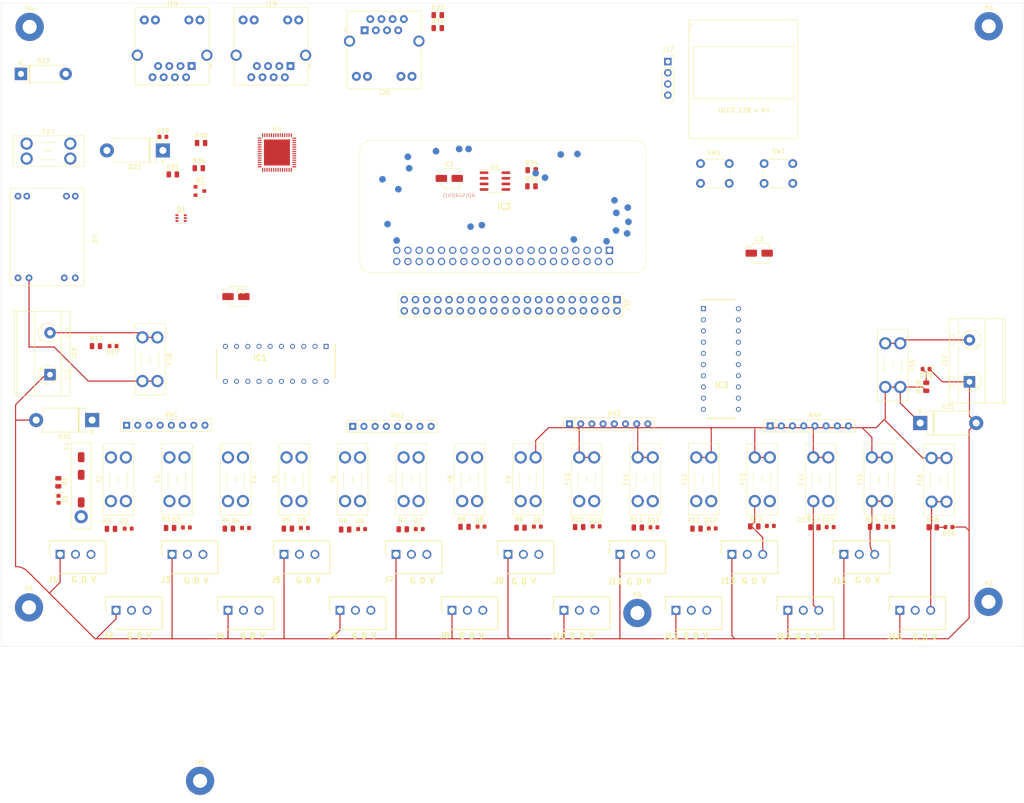
<source format=kicad_pcb>
(kicad_pcb (version 20211014) (generator pcbnew)
  (layers (0 "F.Cu" signal) (31 "B.Cu" signal) (34 "B.Paste" user) (35 "F.Paste" user) (36 "B.SilkS" user "B.Silkscreen") (37 "F.SilkS" user "F.Silkscreen") (38 "B.Mask" user) (39 "F.Mask" user) (44 "Edge.Cuts" user))
  (net 0 "")
  (net 1 "DATA8")
  (net 2 "DATA7")
  (net 3 "DATA6")
  (net 4 "DATA5")
  (net 5 "DATA4")
  (net 6 "DATA3")
  (net 7 "DATA2")
  (net 8 "DATA1")
  (net 9 "DATA9")
  (net 10 "DATA10")
  (net 11 "DATA11")
  (net 12 "DATA12")
  (net 13 "DATA13")
  (net 14 "DATA14")
  (net 15 "DATA15")
  (net 16 "DATA16")
  (net 17 "GND1")
  (net 18 "GND")
  (net 19 "VIN1")
  (net 20 "VIN2")
  (net 21 "+5V")
  (net 22 "+3V3")
  (net 23 "I2C_SDA")
  (net 24 "I2C_SCL")
  (net 25 "Net-(D3-Pad2)")
  (net 26 "Net-(D2-Pad2)")
  (net 27 "V1")
  (net 28 "V2")
  (net 29 "/standard-hat-components/P5V_HAT")
  (net 30 "Net-(Q1-Pad2)")
  (net 31 "/standard-hat-components/P5V")
  (net 32 "Net-(Q1-Pad6)")
  (net 33 "BTN1")
  (net 34 "BTN2")
  (net 35 "Net-(J1-Pad2)")
  (net 36 "Net-(D1-Pad2)")
  (net 37 "Net-(D5-Pad2)")
  (net 38 "Net-(J2-Pad2)")
  (net 39 "Net-(J3-Pad2)")
  (net 40 "Net-(D4-Pad2)")
  (net 41 "Net-(D6-Pad2)")
  (net 42 "Net-(D10-Pad2)")
  (net 43 "Net-(D15-Pad2)")
  (net 44 "Net-(D7-Pad2)")
  (net 45 "Net-(F1-Pad1)")
  (net 46 "Net-(F2-Pad1)")
  (net 47 "Net-(D8-Pad2)")
  (net 48 "Net-(F3-Pad1)")
  (net 49 "Net-(D9-Pad2)")
  (net 50 "Net-(F4-Pad1)")
  (net 51 "Net-(J10-Pad2)")
  (net 52 "Net-(F5-Pad1)")
  (net 53 "Net-(D11-Pad2)")
  (net 54 "Net-(D12-Pad2)")
  (net 55 "Net-(J12-Pad2)")
  (net 56 "Net-(J13-Pad2)")
  (net 57 "Net-(D13-Pad2)")
  (net 58 "Net-(D14-Pad2)")
  (net 59 "Net-(J14-Pad2)")
  (net 60 "Net-(J15-Pad2)")
  (net 61 "Net-(F6-Pad1)")
  (net 62 "Net-(F7-Pad1)")
  (net 63 "Net-(J16-Pad2)")
  (net 64 "Net-(F8-Pad1)")
  (net 65 "Net-(F9-Pad1)")
  (net 66 "Net-(F10-Pad1)")
  (net 67 "Net-(F11-Pad1)")
  (net 68 "Net-(F12-Pad1)")
  (net 69 "Net-(F13-Pad1)")
  (net 70 "Net-(F14-Pad1)")
  (net 71 "Net-(F15-Pad1)")
  (net 72 "Net-(D16-Pad2)")
  (net 73 "Net-(D18-Pad2)")
  (net 74 "Net-(D19-Pad2)")
  (net 75 "V5")
  (net 80 "Net-(D17-Pad2)")
  (net 81 "Net-(IC2-Pad18)")
  (net 86 "Net-(IC2-Pad16)")
  (net 87 "Net-(IC2-Pad14)")
  (net 88 "Net-(IC2-Pad12)")
  (net 89 "Net-(IC2-Pad9)")
  (net 90 "Net-(IC2-Pad7)")
  (net 91 "Net-(IC2-Pad5)")
  (net 92 "Net-(IC2-Pad3)")
  (net 93 "Net-(F16-Pad1)")
  (net 94 "Net-(J4-Pad2)")
  (net 95 "Net-(J5-Pad2)")
  (net 96 "Net-(J6-Pad2)")
  (net 97 "Net-(J7-Pad2)")
  (net 98 "Net-(J8-Pad2)")
  (net 99 "Net-(J9-Pad2)")
  (net 100 "Net-(J11-Pad2)")
  (net 149 "USBDP")
  (net 150 "USBDM")
  (net 151 "Net-(J18-Pad1)")
  (net 152 "Net-(J18-Pad2)")
  (net 153 "Net-(J18-Pad3)")
  (net 154 "Net-(J18-Pad4)")
  (net 155 "Net-(J18-Pad5)")
  (net 156 "Net-(J18-Pad6)")
  (net 157 "Net-(J18-Pad7)")
  (net 158 "Net-(J18-Pad8)")
  (net 159 "Net-(J18-Pad10)")
  (net 160 "Net-(J18-Pad12)")
  (net 191 "Net-(U4-Pad11)")
  (net 210 "Net-(U4-Pad45)")
  (net 229 "Net-(R23-Pad2)")
  (net 230 "Net-(R24-Pad2)")
  (net 231 "Net-(IC1-Pad11)")
  (net 232 "Net-(IC1-Pad12)")
  (net 233 "Net-(IC1-Pad13)")
  (net 234 "Net-(IC1-Pad14)")
  (net 235 "Net-(IC1-Pad15)")
  (net 236 "Net-(IC1-Pad16)")
  (net 237 "Net-(IC1-Pad17)")
  (net 238 "Net-(IC1-Pad18)")
  (footprint "SamacSys_Parts:DIP794W53P254L2540H508Q20N" (layer "F.Cu") (at 109.2708 95.8596 -90)
    (fp_text reference "IC1")
    (fp_text value "SN74AHC245N" hide)
  )
  (footprint "Diode_THT:D_DO-201AD_P12.70mm_Horizontal" (layer "F.Cu") (at 67.6148 108.6104 180)
    (fp_text reference "D20")
    (fp_text value "SB5100")
  )
  (footprint "Diode_THT:D_DO-201AD_P12.70mm_Horizontal" (layer "F.Cu") (at 255.4732 109.2708)
    (fp_text reference "D21")
    (fp_text value "SB5100")
  )
  (footprint "Diode_THT:D_DO-201AD_P12.70mm_Horizontal" (layer "F.Cu") (at 83.6676 47.3964 180)
    (fp_text reference "D22")
    (fp_text value "SB5100")
  )
  (footprint "Diode_THT:D_5W_P10.16mm_Horizontal" (layer "F.Cu") (at 51.4604 30.0228)
    (fp_text reference "D23")
    (fp_text value "Zenner 5.1")
  )
  (footprint "Connector_PinHeader_2.54mm:PinHeader_2x20_P2.54mm_Vertical" (layer "F.Cu") (at 186.685 81.275 -90)
    (fp_text reference "J30")
    (fp_text value "Conn_02x20_Odd_Even_MountingPin")
  )
  (footprint "SamacSys_Parts:SHDR3W80P0X350_1X3_1250X725X940P" (layer "F.Cu") (at 60.3504 139.0904)
    (fp_text reference "J1")
    (fp_text value "G D V")
  )
  (footprint "TerminalBlock_MetzConnect:TerminalBlock_MetzConnect_Type703_RT10N02HGLU_1x02_P9.52mm_Horizontal" (layer "F.Cu") (at 266.6492 99.9236 90)
    (fp_text reference "J22")
    (fp_text value "9-16 In")
  )
  (footprint "TerminalBlock_MetzConnect:TerminalBlock_MetzConnect_Type703_RT10N02HGLU_1x02_P9.52mm_Horizontal" (layer "F.Cu") (at 58.06 88.7812 -90)
    (fp_text reference "J23")
    (fp_text value "1-8 In")
  )
  (footprint "Package_TO_SOT_SMD:SOT-363_SC-70-6" (layer "F.Cu") (at 87.7956 62.752)
    (fp_text reference "Q1")
    (fp_text value "MMDT5401")
  )
  (footprint "Package_TO_SOT_SMD:SOT-23" (layer "F.Cu") (at 92.0628 56.6052)
    (fp_text reference "Q2")
    (fp_text value "DMG2302U")
  )
  (footprint "Button_Switch_THT:SW_PUSH_6mm" (layer "F.Cu") (at 220.0668 50.3788)
    (fp_text reference "SW1")
    (fp_text value "Enter BTN")
  )
  (footprint "Button_Switch_THT:SW_PUSH_6mm" (layer "F.Cu") (at 205.6396 50.3788)
    (fp_text reference "SW2")
    (fp_text value "Down BTN")
  )
  (footprint "Package_SO:SOIC-8_3.9x4.9mm_P1.27mm" (layer "F.Cu") (at 159.004 54.356)
    (fp_text reference "U1")
    (fp_text value "AT24C256C")
  )
  (footprint "MountingHole:MountingHole_3.2mm_M3_Pad_TopBottom" (layer "F.Cu") (at 92.1 190.5)
    (fp_text reference "H5")
    (fp_text value "M3 MountingHole")
  )
  (footprint "MountingHole:MountingHole_3.2mm_M3_Pad_TopBottom" (layer "F.Cu") (at 191.3128 152.4)
    (fp_text reference "H6")
    (fp_text value "M3 MountingHole")
  )
  (footprint "SamacSys_Parts:SHDR3W80P0X350_1X3_1250X725X940P" (layer "F.Cu") (at 73.0504 151.7904)
    (fp_text reference "J2")
    (fp_text value "G D V")
  )
  (footprint "SamacSys_Parts:SHDR3W80P0X350_1X3_1250X725X940P" (layer "F.Cu") (at 85.7504 139.0904)
    (fp_text reference "J3")
    (fp_text value "G D V")
  )
  (footprint "SamacSys_Parts:SHDR3W80P0X350_1X3_1250X725X940P" (layer "F.Cu") (at 98.4504 151.7904)
    (fp_text reference "J4")
    (fp_text value "G D V")
  )
  (footprint "SamacSys_Parts:SHDR3W80P0X350_1X3_1250X725X940P" (layer "F.Cu") (at 111.1504 139.0904)
    (fp_text reference "J5")
    (fp_text value "G D V")
  )
  (footprint "SamacSys_Parts:SHDR3W80P0X350_1X3_1250X725X940P" (layer "F.Cu") (at 123.8504 151.7904)
    (fp_text reference "J6")
    (fp_text value "G D V")
  )
  (footprint "SamacSys_Parts:SHDR3W80P0X350_1X3_1250X725X940P" (layer "F.Cu") (at 136.5504 139.0904)
    (fp_text reference "J7")
    (fp_text value "G D V")
  )
  (footprint "SamacSys_Parts:SHDR3W80P0X350_1X3_1250X725X940P" (layer "F.Cu") (at 149.2504 151.7904)
    (fp_text reference "J8")
    (fp_text value "G D V")
  )
  (footprint "SamacSys_Parts:SHDR3W80P0X350_1X3_1250X725X940P" (layer "F.Cu") (at 161.9504 139.0904)
    (fp_text reference "J9")
    (fp_text value "G D V")
  )
  (footprint "SamacSys_Parts:SHDR3W80P0X350_1X3_1250X725X940P" (layer "F.Cu") (at 174.6504 151.7904)
    (fp_text reference "J10")
    (fp_text value "G D V")
  )
  (footprint "SamacSys_Parts:SHDR3W80P0X350_1X3_1250X725X940P" (layer "F.Cu") (at 187.3504 139.0904)
    (fp_text reference "J11")
    (fp_text value "G D V")
  )
  (footprint "SamacSys_Parts:SHDR3W80P0X350_1X3_1250X725X940P" (layer "F.Cu") (at 200.0504 151.7904)
    (fp_text reference "J12")
    (fp_text value "G D V")
  )
  (footprint "SamacSys_Parts:SHDR3W80P0X350_1X3_1250X725X940P" (layer "F.Cu") (at 212.7504 139.0904)
    (fp_text reference "J13")
    (fp_text value "G D V")
  )
  (footprint "SamacSys_Parts:SHDR3W80P0X350_1X3_1250X725X940P" (layer "F.Cu") (at 225.4504 151.7904)
    (fp_text reference "J14")
    (fp_text value "G D V")
  )
  (footprint "SamacSys_Parts:SHDR3W80P0X350_1X3_1250X725X940P" (layer "F.Cu") (at 238.1504 139.0904)
    (fp_text reference "J15")
    (fp_text value "G D V")
  )
  (footprint "SamacSys_Parts:SHDR3W80P0X350_1X3_1250X725X940P" (layer "F.Cu") (at 250.8504 151.7904)
    (fp_text reference "J16")
    (fp_text value "G D V")
  )
  (footprint "Fuse:Fuseholder_Blade_Mini_Keystone_3568" (layer "F.Cu") (at 85.15784 127 90)
    (fp_text reference "F3")
    (fp_text value "P3")
  )
  (footprint "LED_SMD:LED_0603_1608Metric" (layer "F.Cu") (at 208.3053 133.1976)
    (fp_text reference "D12")
    (fp_text value "0603")
  )
  (footprint "MountingHole:MountingHole_3.2mm_M3_Pad_TopBottom" (layer "F.Cu") (at 271.018 19.2024)
    (fp_text reference "H3")
    (fp_text value "M3 MountingHole")
  )
  (footprint "Resistor_SMD:R_0805_2012Metric" (layer "F.Cu") (at 217.8304 132.7404)
    (fp_text reference "R13")
    (fp_text value "4.7k")
  )
  (footprint "Fuse:Fuseholder_Blade_Mini_Keystone_3568" (layer "F.Cu") (at 250.952 91.186 -90)
    (fp_text reference "F19")
    (fp_text value "30A Max")
  )
  (footprint "LED_SMD:LED_0603_1608Metric" (layer "F.Cu") (at 155.8544 132.7912)
    (fp_text reference "D8")
    (fp_text value "0603")
  )
  (footprint "Connector_RJ:RJ45_BEL_SS74301-00x_Vertical" (layer "F.Cu") (at 90.2004 28.2448 180)
    (fp_text reference "J18")
    (fp_text value "8P8C_LED_Shielded")
  )
  (footprint "Resistor_SMD:R_0805_2012Metric" (layer "F.Cu") (at 112.014 133.2484)
    (fp_text reference "R5")
    (fp_text value "4.7k")
  )
  (footprint "Resistor_SMD:R_0805_2012Metric" (layer "F.Cu") (at 164.7933 133.0452)
    (fp_text reference "R9")
    (fp_text value "4.7k")
  )
  (footprint "Fuse:Fuseholder_Blade_Mini_Keystone_3568" (layer "F.Cu") (at 164.83256 127 90)
    (fp_text reference "F9")
    (fp_text value "P1")
  )
  (footprint "Fuse:Fuseholder_Blade_Mini_Keystone_3568" (layer "F.Cu") (at 52.7488 45.8488)
    (fp_text reference "F17")
    (fp_text value "2A Max")
  )
  (footprint "Fuse:Fuseholder_Blade_Mini_Keystone_3568" (layer "F.Cu") (at 204.66992 127 90)
    (fp_text reference "F12")
    (fp_text value "P4")
  )
  (footprint "Resistor_SMD:R_0805_2012Metric" (layer "F.Cu") (at 92.3308 45.7016)
    (fp_text reference "R39")
    (fp_text value "4.7k")
  )
  (footprint "Resistor_SMD:R_0805_2012Metric" (layer "F.Cu") (at 85.916 52.846)
    (fp_text reference "R35")
    (fp_text value "10k")
  )
  (footprint "MountingHole:MountingHole_3.2mm_M3_Pad_TopBottom" (layer "F.Cu") (at 53.4416 19.3548)
    (fp_text reference "H4")
    (fp_text value "M3 MountingHole")
  )
  (footprint "Stuart_BESPOKE:TZT_0.96inch_OLED" (layer "F.Cu") (at 202.9968 17.7292)
    (fp_text reference "U3")
    (fp_text value "TZT_Original_0.96_inch_oled_IIC_Serial_OLED_Display_Module_128X64")
  )
  (footprint "Resistor_SMD:R_0805_2012Metric" (layer "F.Cu") (at 231.4956 132.9436)
    (fp_text reference "R14")
    (fp_text value "4.7k")
  )
  (footprint "LED_SMD:LED_0603_1608Metric" (layer "F.Cu") (at 72.3628 91.814 180)
    (fp_text reference "D17")
    (fp_text value "V1 LED")
  )
  (footprint "MountingHole:MountingHole_3.2mm_M3_Pad_TopBottom" (layer "F.Cu") (at 270.9672 149.86)
    (fp_text reference "H2")
    (fp_text value "M3 MountingHole")
  )
  (footprint "Fuse:Fuseholder_Blade_Mini_Keystone_3568" (layer "F.Cu") (at 178.11168 127 90)
    (fp_text reference "F10")
    (fp_text value "P2")
  )
  (footprint "LED_SMD:LED_0603_1608Metric" (layer "F.Cu") (at 256.794 97.028 180)
    (fp_text reference "D18")
    (fp_text value "V2 LED")
  )
  (footprint "Fuse:Fuseholder_Blade_Mini_Keystone_3568" (layer "F.Cu") (at 191.3908 127 90)
    (fp_text reference "F11")
    (fp_text value "P3")
  )
  (footprint "Resistor_SMD:R_0805_2012Metric" (layer "F.Cu") (at 98.6283 133.2484)
    (fp_text reference "R4")
    (fp_text value "4.7k")
  )
  (footprint "Stuart_BESPOKE:Medium Auto Fuse Holder" (layer "F.Cu") (at 67.3822 113.789 -90)
    (fp_text reference "F1")
    (fp_text value "P1")
  )
  (footprint "Resistor_SMD:R_0805_2012Metric" (layer "F.Cu") (at 258.318 132.9436)
    (fp_text reference "R16")
    (fp_text value "4.7k")
  )
  (footprint "Resistor_SMD:R_0805_2012Metric" (layer "F.Cu") (at 68.502 91.814)
    (fp_text reference "R37")
    (fp_text value "4.7k")
  )
  (footprint "Fuse:Fuseholder_Blade_Mini_Keystone_3568" (layer "F.Cu") (at 217.94904 127 90)
    (fp_text reference "F13")
    (fp_text value "P5")
  )
  (footprint "Resistor_SMD:R_0805_2012Metric" (layer "F.Cu") (at 71.882 133.2992)
    (fp_text reference "R2")
    (fp_text value "4.7k")
  )
  (footprint "Resistor_THT:R_Array_SIP8" (layer "F.Cu") (at 175.9104 109.474)
    (fp_text reference "RN3")
    (fp_text value "33R")
  )
  (footprint "Resistor_THT:R_Array_SIP8" (layer "F.Cu") (at 75.428 109.7788)
    (fp_text reference "RN1")
    (fp_text value "33R")
  )
  (footprint "LED_SMD:LED_0603_1608Metric" (layer "F.Cu") (at 221.488 132.6388)
    (fp_text reference "D13")
    (fp_text value "0603")
  )
  (footprint "Package_DFN_QFN:QFN-56-1EP_8x8mm_P0.5mm_EP5.9x5.9mm" (layer "F.Cu") (at 109.5408 47.866)
    (fp_text reference "U4")
    (fp_text value "LAN7500-ABJZ")
  )
  (footprint "LED_SMD:LED_0603_1608Metric" (layer "F.Cu") (at 89.0016 132.9944)
    (fp_text reference "D3")
    (fp_text value "0603")
  )
  (footprint "Connector_RJ:RJ45_BEL_SS74301-00x_Vertical" (layer "F.Cu") (at 112.6108 28.2448 180)
    (fp_text reference "J19")
    (fp_text value "8P8C_LED_Shielded")
  )
  (footprint "LED_SMD:LED_0603_1608Metric" (layer "F.Cu") (at 59.9948 126.5936 -90)
    (fp_text reference "D1")
    (fp_text value "0603")
  )
  (footprint "Capacitor_SMD:CP_Elec_4x5.3" (layer "F.Cu") (at 218.948 70.7136)
    (fp_text reference "C3")
    (fp_text value "0.1uF")
  )
  (footprint "Connector_RJ:RJ45_BEL_SS74301-00x_Vertical" (layer "F.Cu") (at 129.4384 20.1168)
    (fp_text reference "J20")
    (fp_text value "8P8C_LED_Shielded")
  )
  (footprint "Resistor_THT:R_Array_SIP8" (layer "F.Cu") (at 221.4272 109.9312)
    (fp_text reference "RN4")
    (fp_text value "33R")
  )
  (footprint "LED_SMD:LED_0603_1608Metric" (layer "F.Cu") (at 168.6286 132.7912)
    (fp_text reference "D9")
    (fp_text value "0603")
  )
  (footprint "Resistor_SMD:R_0805_2012Metric" (layer "F.Cu") (at 138.0744 133.4008)
    (fp_text reference "R7")
    (fp_text value "4.7k")
  )
  (footprint "LED_SMD:LED_0603_1608Metric" (layer "F.Cu") (at 195.072 132.9436)
    (fp_text reference "D11")
    (fp_text value "0603")
  )
  (footprint "Capacitor_SMD:CP_Elec_4x5.3" (layer "F.Cu") (at 148.6408 53.7464)
    (fp_text reference "C2")
    (fp_text value "0.1uF")
  )
  (footprint "Fuse:Fuseholder_Blade_Mini_Keystone_3568" (layer "F.Cu") (at 124.9952 127 90)
    (fp_text reference "F6")
    (fp_text value "P6")
  )
  (footprint "Resistor_SMD:R_0805_2012Metric" (layer "F.Cu") (at 245.0084 132.842)
    (fp_text reference "R15")
    (fp_text value "4.7k")
  )
  (footprint "Fuse:Fuseholder_Blade_Mini_Keystone_3568" (layer "F.Cu") (at 244.50728 127 90)
    (fp_text reference "F15")
    (fp_text value "P7")
  )
  (footprint "Resistor_SMD:R_0805_2012Metric" (layer "F.Cu") (at 204.724 133.2484)
    (fp_text reference "R12")
    (fp_text value "4.7k")
  )
  (footprint "LED_SMD:LED_0603_1608Metric" (layer "F.Cu") (at 181.9656 132.7404)
    (fp_text reference "D10")
    (fp_text value "0603")
  )
  (footprint "Stuart_BESPOKE:RASPBERRYPIZERO2WV1" (layer "F.Cu") (at 193.3318 45.1472 180)
    (fp_text reference "IC3")
    (fp_text value "Raspberry_Pi_Zero_2_W__v1.0_" hide)
  )
  (footprint "LED_SMD:LED_0603_1608Metric" (layer "F.Cu") (at 115.7732 133.096)
    (fp_text reference "D5")
    (fp_text value "0603")
  )
  (footprint "Fuse:Fuseholder_Blade_Mini_Keystone_3568" (layer "F.Cu") (at 151.55344 127 90)
    (fp_text reference "F8")
    (fp_text value "P8")
  )
  (footprint "Fuse:Fuseholder_Blade_Mini_Keystone_3568" (layer "F.Cu") (at 138.27432 127 90)
    (fp_text reference "F7")
    (fp_text value "P7")
  )
  (footprint "LED_SMD:LED_0603_1608Metric" (layer "F.Cu") (at 83.6808 44.3116)
    (fp_text reference "D19")
    (fp_text value "5V LED")
  )
  (footprint "Fuse:Fuseholder_Blade_Mini_Keystone_3568" (layer "F.Cu") (at 82.4212 89.8328 -90)
    (fp_text reference "F18")
    (fp_text value "30A Max")
  )
  (footprint "LED_SMD:LED_0603_1608Metric" (layer "F.Cu") (at 128.7525 133.35)
    (fp_text reference "D6")
    (fp_text value "0603")
  )
  (footprint "Resistor_SMD:R_0805_2012Metric" (layer "F.Cu") (at 191.4144 132.9944)
    (fp_text reference "R11")
    (fp_text value "4.7k")
  )
  (footprint "LED_SMD:LED_0603_1608Metric" (layer "F.Cu") (at 248.5897 132.842)
    (fp_text reference "D15")
    (fp_text value "0603")
  )
  (footprint "Fuse:Fuseholder_Blade_Mini_Keystone_3568" (layer "F.Cu") (at 258.0404 127.134 90)
    (fp_text reference "F16")
    (fp_text value "P8")
  )
  (footprint "Resistor_SMD:R_0805_2012Metric" (layer "F.Cu") (at 167.2844 55.5244)
    (fp_text reference "R33")
    (fp_text value "4.7k")
  )
  (footprint "Stuart_BESPOKE:D-SUN_MP1584_BUCK" (layer "F.Cu") (at 65.7926 56.0004 -90)
    (fp_text reference "U2")
    (fp_text value "D-SUN_MP1584_BUCK")
  )
  (footprint "Capacitor_SMD:CP_Elec_4x5.3" (layer "F.Cu") (at 100.2284 80.5688)
    (fp_text reference "C1")
    (fp_text value "0.1uF")
  )
  (footprint "LED_SMD:LED_0603_1608Metric" (layer "F.Cu") (at 261.9756 132.8928 180)
    (fp_text reference "D16")
    (fp_text value "0603")
  )
  (footprint "Resistor_SMD:R_0805_2012Metric" (layer "F.Cu") (at 146.0184 19.6268)
    (fp_text reference "R24")
    (fp_text value "8.06K")
  )
  (footprint "Fuse:Fuseholder_Blade_Mini_Keystone_3568" (layer "F.Cu") (at 231.22816 127 90)
    (fp_text reference "F14")
    (fp_text value "P6")
  )
  (footprint "Connector_PinSocket_2.54mm:PinSocket_1x04_P2.54mm_Vertical" (layer "F.Cu") (at 198.2216 27.2288)
    (fp_text reference "J17")
    (fp_text value "OLED")
  )
  (footprint "Resistor_SMD:R_0805_2012Metric" (layer "F.Cu") (at 125.0188 133.4516)
    (fp_text reference "R6")
    (fp_text value "4.7k")
  )
  (footprint "Resistor_SMD:R_0805_2012Metric" (layer "F.Cu") (at 178.1048 132.8928)
    (fp_text reference "R10")
    (fp_text value "4.7k")
  )
  (footprint "Fuse:Fuseholder_Blade_Mini_Keystone_3568" (layer "F.Cu") (at 111.71608 127 90)
    (fp_text reference "F5")
    (fp_text value "P5")
  )
  (footprint "Resistor_THT:R_Array_SIP8" (layer "F.Cu") (at 126.736 110.0328)
    (fp_text reference "RN2")
    (fp_text value "33R")
  )
  (footprint "Resistor_SMD:R_0805_2012Metric" (layer "F.Cu") (at 146.0184 16.6768)
    (fp_text reference "R23")
    (fp_text value "12k")
  )
  (footprint "Resistor_SMD:R_0805_2012Metric" (layer "F.Cu") (at 152.0952 132.842)
    (fp_text reference "R8")
    (fp_text value "4.7k")
  )
  (footprint "Resistor_SMD:R_0805_2012Metric" (layer "F.Cu") (at 256.8448 101.0412 90)
    (fp_text reference "R38")
    (fp_text value "4.7k")
  )
  (footprint "LED_SMD:LED_0603_1608Metric" (layer "F.Cu") (at 141.8336 133.35)
    (fp_text reference "D7")
    (fp_text value "0603")
  )
  (footprint "Resistor_SMD:R_0805_2012Metric" (layer "F.Cu") (at 85.2932 133.096)
    (fp_text reference "R3")
    (fp_text value "4.7k")
  )
  (footprint "LED_SMD:LED_0603_1608Metric" (layer "F.Cu") (at 235.0516 132.8928)
    (fp_text reference "D14")
    (fp_text value "0603")
  )
  (footprint "Resistor_SMD:R_0805_2012Metric" (layer "F.Cu") (at 91.8088 51.4236)
    (fp_text reference "R36")
    (fp_text value "4.7k")
  )
  (footprint "Resistor_SMD:R_0805_2012Metric" (layer "F.Cu") (at 59.944 122.7328 -90)
    (fp_text reference "R1")
    (fp_text value "4.7k")
  )
  (footprint "Fuse:Fuseholder_Blade_Mini_Keystone_3568" (layer "F.Cu") (at 101.83696 117.08 -90)
    (fp_text reference "F4")
    (fp_text value "P4")
  )
  (footprint "SamacSys_Parts:DIP794W53P254L2540H508Q20N" (layer "F.Cu") (at 210.2612 94.742)
    (fp_text reference "IC2")
    (fp_text value "SN74HC244N" hide)
  )
  (footprint "MountingHole:MountingHole_3.2mm_M3_Pad_TopBottom" (layer "F.Cu") (at 53.2892 151.13)
    (fp_text reference "H1")
    (fp_text value "M3 MountingHole")
  )
  (footprint "LED_SMD:LED_0603_1608Metric" (layer "F.Cu") (at 75.7936 133.2484)
    (fp_text reference "D2")
    (fp_text value "0603")
  )
  (footprint "Fuse:Fuseholder_Blade_Mini_Keystone_3568" (layer "F.Cu") (at 71.87872 127 90)
    (fp_text reference "F2")
    (fp_text value "P2")
  )
  (footprint "LED_SMD:LED_0603_1608Metric" (layer "F.Cu") (at 102.4128 133.096)
    (fp_text reference "D4")
    (fp_text value "0603")
  )
  (footprint "Resistor_SMD:R_0805_2012Metric" (layer "F.Cu") (at 167.3333 51.8668)
    (fp_text reference "R34")
    (fp_text value "4.7k")
  )
  (gr_rect (start 279 160) (end 47 14) (layer "Edge.Cuts") (width 0.05) (fill none))
  (segment (start 212.7504 157.5816) (end 213.4108 158.242) (width 0.25) (layer "F.Cu") (net 18))
  (segment (start 60.3504 145.4404) (end 60.3504 139.0904) (width 0.25) (layer "F.Cu") (net 18))
  (segment (start 187.3504 158.1404) (end 187.2488 158.242) (width 0.25) (layer "F.Cu") (net 18))
  (segment (start 213.4108 158.242) (end 225.1964 158.242) (width 0.25) (layer "F.Cu") (net 18))
  (segment (start 98.1964 158.242) (end 98.4504 157.988) (width 0.25) (layer "F.Cu") (net 18))
  (segment (start 161.9504 157.7848) (end 162.4076 158.242) (width 0.25) (layer "F.Cu") (net 18))
  (segment (start 73.0504 153.7208) (end 73.0504 151.7904) (width 0.25) (layer "F.Cu") (net 18))
  (segment (start 265.7348 132.8928) (end 266.5732 133.7312) (width 0.25) (layer "F.Cu") (net 18))
  (segment (start 266.5732 153.5428) (end 261.874 158.242) (width 0.25) (layer "F.Cu") (net 18))
  (segment (start 50.2412 105.320726) (end 50.2412 108.712) (width 0.25) (layer "F.Cu") (net 18))
  (segment (start 161.9504 139.0904) (end 161.9504 157.7848) (width 0.25) (layer "F.Cu") (net 18))
  (segment (start 200.0504 151.7904) (end 200.0504 157.9372) (width 0.25) (layer "F.Cu") (net 18))
  (segment (start 225.4504 151.7904) (end 225.4504 158.1404) (width 0.25) (layer "F.Cu") (net 18))
  (segment (start 50.2412 108.712) (end 50.2412 141.859) (width 0.25) (layer "F.Cu") (net 18))
  (segment (start 111.3536 158.242) (end 121.8692 158.242) (width 0.25) (layer "F.Cu") (net 18))
  (segment (start 54.9148 108.6104) (end 50.486484 108.6104) (width 0.25) (layer "F.Cu") (net 18))
  (segment (start 174.6504 151.7904) (end 174.6504 157.8864) (width 0.25) (layer "F.Cu") (net 18))
  (segment (start 212.7504 139.0904) (end 212.7504 157.5816) (width 0.25) (layer "F.Cu") (net 18))
  (segment (start 149.5044 158.242) (end 162.4076 158.242) (width 0.25) (layer "F.Cu") (net 18))
  (segment (start 261.874 158.242) (end 250.7996 158.242) (width 0.25) (layer "F.Cu") (net 18))
  (segment (start 266.6492 99.9236) (end 266.6492 107.7468) (width 0.25) (layer "F.Cu") (net 18))
  (segment (start 68.5292 158.242) (end 98.1964 158.242) (width 0.25) (layer "F.Cu") (net 18))
  (segment (start 98.1964 158.242) (end 111.3536 158.242) (width 0.25) (layer "F.Cu") (net 18))
  (segment (start 238.1504 139.0904) (end 238.1504 158.1404) (width 0.25) (layer "F.Cu") (net 18))
  (segment (start 68.5292 158.242) (end 73.0504 153.7208) (width 0.25) (layer "F.Cu") (net 18))
  (segment (start 238.1504 158.1404) (end 238.252 158.242) (width 0.25) (layer "F.Cu") (net 18))
  (segment (start 57.9882 147.955) (end 68.2752 158.242) (width 0.25) (layer "F.Cu") (net 18))
  (segment (start 123.8504 151.7904) (end 123.8504 156.2608) (width 0.25) (layer "F.Cu") (net 18))
  (segment (start 111.1504 139.0904) (end 111.1504 158.0388) (width 0.25) (layer "F.Cu") (net 18))
  (segment (start 85.7504 139.0904) (end 85.7504 158.2928) (width 0.25) (layer "F.Cu") (net 18))
  (segment (start 260.4771 99.9236) (end 266.6492 99.9236) (width 0.25) (layer "F.Cu") (net 18))
  (segment (start 238.252 158.242) (end 250.7996 158.242) (width 0.25) (layer "F.Cu") (net 18))
  (segment (start 136.5504 139.0904) (end 136.5504 158.242) (width 0.25) (layer "F.Cu") (net 18))
  (segment (start 266.5732 133.7312) (end 266.5732 153.5428) (width 0.25) (layer "F.Cu") (net 18))
  (segment (start 200.3552 158.242) (end 213.4108 158.242) (width 0.25) (layer "F.Cu") (net 18))
  (segment (start 225.1964 158.242) (end 238.252 158.242) (width 0.25) (layer "F.Cu") (net 18))
  (segment (start 266.6492 107.7468) (end 268.1732 109.2708) (width 0.25) (layer "F.Cu") (net 18))
  (segment (start 60.3504 145.4404) (end 58.095963 147.694837) (width 0.25) (layer "F.Cu") (net 18))
  (segment (start 111.1504 158.0388) (end 111.3536 158.242) (width 0.25) (layer "F.Cu") (net 18))
  (segment (start 136.5504 158.242) (end 149.5044 158.242) (width 0.25) (layer "F.Cu") (net 18))
  (segment (start 257.5815 97.028) (end 260.4771 99.9236) (width 0.25) (layer "F.Cu") (net 18))
  (segment (start 149.2504 151.7904) (end 149.2504 157.988) (width 0.25) (layer "F.Cu") (net 18))
  (segment (start 225.3488 158.242) (end 225.1964 158.242) (width 0.25) (layer "F.Cu") (net 18))
  (segment (start 123.8504 156.2608) (end 121.8692 158.242) (width 0.25) (layer "F.Cu") (net 18))
  (segment (start 149.2504 157.988) (end 149.5044 158.242) (width 0.25) (layer "F.Cu") (net 18))
  (segment (start 174.2948 158.242) (end 187.2488 158.242) (width 0.25) (layer "F.Cu") (net 18))
  (segment (start 187.2488 158.242) (end 200.3552 158.242) (width 0.25) (layer "F.Cu") (net 18))
  (segment (start 187.3504 139.0904) (end 187.3504 158.1404) (width 0.25) (layer "F.Cu") (net 18))
  (segment (start 250.8504 158.1912) (end 250.7996 158.242) (width 0.25) (layer "F.Cu") (net 18))
  (segment (start 162.4076 158.242) (end 174.2948 158.242) (width 0.25) (layer "F.Cu") (net 18))
  (segment (start 174.6504 157.8864) (end 174.2948 158.242) (width 0.25) (layer "F.Cu") (net 18))
  (segment (start 68.2752 158.242) (end 68.5292 158.242) (width 0.25) (layer "F.Cu") (net 18))
  (segment (start 56.327628 99.018772) (end 50.3936 104.9528) (width 0.25) (layer "F.Cu") (net 18))
  (segment (start 121.8692 158.242) (end 136.5504 158.242) (width 0.25) (layer "F.Cu") (net 18))
  (segment (start 268.1732 109.2708) (end 266.5732 110.8708) (width 0.25) (layer "F.Cu") (net 18))
  (segment (start 250.8504 151.7904) (end 250.8504 158.1912) (width 0.25) (layer "F.Cu") (net 18))
  (segment (start 53.059634 143.026433) (end 57.9882 147.955) (width 0.25) (layer "F.Cu") (net 18))
  (segment (start 200.0504 157.9372) (end 200.3552 158.242) (width 0.25) (layer "F.Cu") (net 18))
  (segment (start 262.7631 132.8928) (end 265.7348 132.8928) (width 0.25) (layer "F.Cu") (net 18))
  (segment (start 266.5732 110.8708) (end 266.5732 133.7312) (width 0.25) (layer "F.Cu") (net 18))
  (segment (start 225.4504 158.1404) (end 225.3488 158.242) (width 0.25) (layer "F.Cu") (net 18))
  (segment (start 98.4504 157.988) (end 98.4504 151.7904) (width 0.25) (layer "F.Cu") (net 18))
  (arc (start 58.095963 147.694837) (mid 58.016207 147.814201) (end 57.9882 147.955) (width 0.25) (layer "F.Cu") (net 18))
  (arc (start 50.2412 141.859) (mid 51.766525 142.162406) (end 53.059634 143.026433) (width 0.25) (layer "F.Cu") (net 18))
  (arc (start 50.486484 108.6104) (mid 50.353738 108.636805) (end 50.2412 108.712) (width 0.25) (layer "F.Cu") (net 18))
  (arc (start 58.06 98.3012) (mid 57.122447 98.487691) (end 56.327628 99.018772) (width 0.25) (layer "F.Cu") (net 18))
  (arc (start 50.3936 104.9528) (mid 50.280807 105.121606) (end 50.2412 105.320726) (width 0.25) (layer "F.Cu") (net 18))
  (segment (start 53.2926 92.023504) (end 53.2926 76.3204) (width 0.25) (layer "F.Cu") (net 19))
  (segment (start 66.734193 99.7528) (end 59.004896 92.023504) (width 0.25) (layer "F.Cu") (net 19))
  (segment (start 82.4212 99.7528) (end 79.0212 99.7528) (width 0.25) (layer "F.Cu") (net 19))
  (segment (start 59.004896 92.023504) (end 53.2926 92.023504) (width 0.25) (layer "F.Cu") (net 19))
  (segment (start 79.0212 99.7528) (end 66.734193 99.7528) (width 0.25) (layer "F.Cu") (net 19))
  (segment (start 250.952 101.106) (end 255.9971 101.106) (width 0.25) (layer "F.Cu") (net 20))
  (segment (start 217.94904 117.08) (end 217.94904 110.62536) (width 0.25) (layer "F.Cu") (net 20))
  (segment (start 247.3198 108.4834) (end 256.0504 117.214) (width 0.25) (layer "F.Cu") (net 20))
  (segment (start 247.3198 108.4834) (end 245.4656 110.3376) (width 0.25) (layer "F.Cu") (net 20))
  (segment (start 242.316 110.3376) (end 234.8484 110.3376) (width 0.25) (layer "F.Cu") (net 20))
  (segment (start 191.3908 110.4628) (end 191.516 110.3376) (width 0.25) (layer "F.Cu") (net 20))
  (segment (start 207.8736 110.3376) (end 191.516 110.3376) (width 0.25) (layer "F.Cu") (net 20))
  (segment (start 177.7492 110.3376) (end 171.1452 110.3376) (width 0.25) (layer "F.Cu") (net 20))
  (segment (start 256.0504 117.214) (end 258.0404 117.214) (width 0.25) (layer "F.Cu") (net 20))
  (segment (start 208.06992 117.08) (end 204.66992 117.08) (width 0.25) (layer "F.Cu") (net 20))
  (segment (start 181.51168 117.08) (end 178.11168 117.08) (width 0.25) (layer "F.Cu") (net 20))
  (segment (start 255.9971 101.106) (end 256.8448 101.9537) (width 0.25) (layer "F.Cu") (net 20))
  (segment (start 247.552 101.106) (end 247.552 108.2512) (width 0.25) (layer "F.Cu") (net 20))
  (segment (start 250.952 101.106) (end 250.952 104.7496) (width 0.25) (layer "F.Cu") (net 20))
  (segment (start 217.94904 117.08) (end 221.34904 117.08) (width 0.25) (layer "F.Cu") (net 20))
  (segment (start 231.2416 110.3376) (end 207.8736 110.3376) (width 0.25) (layer "F.Cu") (net 20))
  (segment (start 245.4656 110.3376) (end 242.316 110.3376) (width 0.25) (layer "F.Cu") (net 20))
  (segment (start 191.3908 117.08) (end 191.3908 110.4628) (width 0.25) (layer "F.Cu") (net 20))
  (segment (start 208.06992 110.53392) (end 207.8736 110.3376) (width 0.25) (layer "F.Cu") (net 20))
  (segment (start 250.952 104.7496) (end 255.4732 109.2708) (width 0.25) (layer "F.Cu") (net 20))
  (segment (start 244.50728 117.08) (end 244.50728 112.52888) (width 0.25) (layer "F.Cu") (net 20))
  (segment (start 168.23256 113.25024) (end 171.1452 110.3376) (width 0.25) (layer "F.Cu") (net 20))
  (segment (start 247.90728 117.08) (end 244.50728 117.08) (width 0.25) (layer "F.Cu") (net 20))
  (segment (start 178.11168 110.70008) (end 177.7492 110.3376) (width 0.25) (layer "F.Cu") (net 20))
  (segment (start 234.8484 110.3376) (end 231.2416 110.3376) (width 0.25) (layer "F.Cu") (net 20))
  (segment (start 168.23256 117.08) (end 168.23256 113.25024) (width 0.25) (layer "F.Cu") (net 20))
  (segment (start 247.552 101.106) (end 250.952 101.106) (width 0.25) (layer "F.Cu") (net 20))
  (segment (start 247.552 108.2512) (end 247.3198 108.4834) (width 0.25) (layer "F.Cu") (net 20))
  (segment (start 231.22816 117.08) (end 231.22816 110.35104) (width 0.25) (layer "F.Cu") (net 20))
  (segment (start 261.4404 117.214) (end 258.0404 117.214) (width 0.25) (layer "F.Cu") (net 20))
  (segment (start 208.06992 117.08) (end 208.06992 110.53392) (width 0.25) (layer "F.Cu") (net 20))
  (segment (start 191.516 110.3376) (end 177.7492 110.3376) (width 0.25) (layer "F.Cu") (net 20))
  (segment (start 234.62816 117.08) (end 231.22816 117.08) (width 0.25) (layer "F.Cu") (net 20))
  (segment (start 194.7908 117.08) (end 191.3908 117.08) (width 0.25) (layer "F.Cu") (net 20))
  (segment (start 244.50728 112.52888) (end 242.316 110.3376) (width 0.25) (layer "F.Cu") (net 20))
  (segment (start 231.22816 110.35104) (end 231.2416 110.3376) (width 0.25) (layer "F.Cu") (net 20))
  (segment (start 178.11168 117.08) (end 178.11168 110.70008) (width 0.25) (layer "F.Cu") (net 20))
  (segment (start 79.0212 88.7812) (end 79.0212 89.8328) (width 0.25) (layer "F.Cu") (net 27))
  (segment (start 58.06 88.7812) (end 79.0212 88.7812) (width 0.25) (layer "F.Cu") (net 27))
  (segment (start 79.0212 89.8328) (end 82.4212 89.8328) (width 0.25) (layer "F.Cu") (net 27))
  (segment (start 266.6492 90.4036) (end 251.7344 90.4036) (width 0.25) (layer "F.Cu") (net 28))
  (segment (start 251.7344 90.4036) (end 250.952 91.186) (width 0.25) (layer "F.Cu") (net 28))
  (segment (start 250.952 91.186) (end 247.552 91.186) (width 0.25) (layer "F.Cu") (net 28))
  (segment (start 217.90588 127.04316) (end 217.90588 131.75242) (width 0.25) (layer "F.Cu") (net 69))
  (segment (start 217.90588 131.75242) (end 216.9179 132.7404) (width 0.25) (layer "F.Cu") (net 69))
  (segment (start 219.7504 135.272893) (end 219.7504 139.0904) (width 0.25) (layer "F.Cu") (net 69))
  (segment (start 217.217907 132.7404) (end 219.7504 135.272893) (width 0.25) (layer "F.Cu") (net 69))
  (segment (start 217.94904 127) (end 217.90588 127.04316) (width 0.25) (layer "F.Cu") (net 69))
  (segment (start 216.9179 132.7404) (end 217.217907 132.7404) (width 0.25) (layer "F.Cu") (net 69))
  (segment (start 231.22816 150.56816) (end 232.4504 151.7904) (width 0.25) (layer "F.Cu") (net 70))
  (segment (start 231.22816 127) (end 231.22816 150.56816) (width 0.25) (layer "F.Cu") (net 70))
  (segment (start 244.0959 132.842) (end 244.0959 136.544612) (width 0.25) (layer "F.Cu") (net 71))
  (segment (start 244.50728 127) (end 244.50728 131.848841) (width 0.25) (layer "F.Cu") (net 71))
  (segment (start 247.90728 127) (end 244.50728 127) (width 0.25) (layer "F.Cu") (net 71))
  (arc (start 244.50728 131.848841) (mid 244.400365 132.386335) (end 244.0959 132.842) (width 0.25) (layer "F.Cu") (net 71))
  (arc (start 244.0959 136.544612) (mid 244.369956 137.922382) (end 245.1504 139.0904) (width 0.25) (layer "F.Cu") (net 71))
  (segment (start 261.1373 132.9436) (end 261.1881 132.8928) (width 0.25) (layer "F.Cu") (net 72))
  (segment (start 259.2305 132.9436) (end 261.1373 132.9436) (width 0.25) (layer "F.Cu") (net 72))
  (segment (start 256.8448 97.8663) (end 256.8448 100.1287) (width 0.25) (layer "F.Cu") (net 73))
  (segment (start 256.0065 97.028) (end 256.8448 97.8663) (width 0.25) (layer "F.Cu") (net 73))
  (segment (start 258.0404 133.278493) (end 257.8504 133.468493) (width 0.25) (layer "F.Cu") (net 93))
  (segment (start 258.0404 132.3087) (end 257.4055 132.9436) (width 0.25) (layer "F.Cu") (net 93))
  (segment (start 258.0404 127.134) (end 258.0404 132.3087) (width 0.25) (layer "F.Cu") (net 93))
  (segment (start 257.8504 133.468493) (end 257.8504 151.7904) (width 0.25) (layer "F.Cu") (net 93))
  (segment (start 261.4404 127.134) (end 258.0404 127.134) (width 0.25) (layer "F.Cu") (net 93))
  (segment (start 258.0404 127.134) (end 258.0404 133.278493) (width 0.25) (layer "F.Cu") (net 93))
)
</source>
